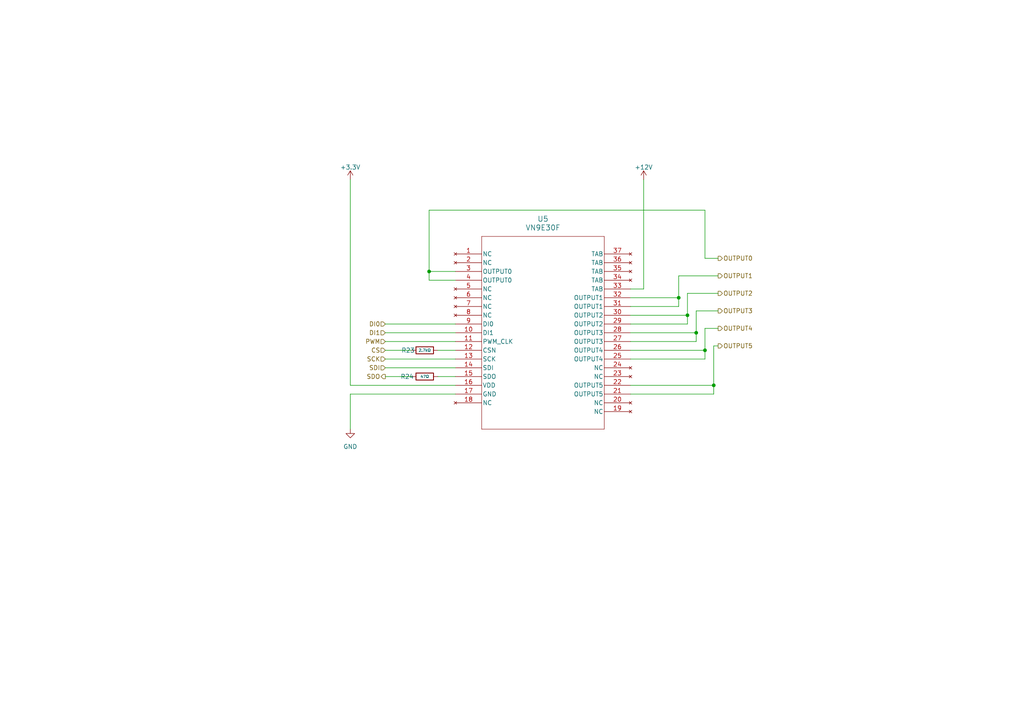
<source format=kicad_sch>
(kicad_sch (version 20250114) (generator "eeschema") (generator_version "9.0")
  (paper "A4")
  (title_block (title "l8"))
  (lib_symbols
    (symbol "PCM_JLCPCB-Resistors:0603,2.7kΩ" (pin_numbers (hide yes)) (pin_names (offset 0))
      (property "Reference" "R" (at 1.778 0 0))
      (property "Value" "2.7kΩ" (at 0 0 90))
      (symbol "0603,2.7kΩ_0_1"
        (rectangle (start -1.016 2.54) (end 1.016 -2.54) (stroke (width 0.254)))
      )
      (symbol "0603,2.7kΩ_1_1"
        (pin passive line (at 0 3.81 270) (length 1.27) (name "~") (number "1"))
        (pin passive line (at 0 -3.81 90) (length 1.27) (name "~") (number "2"))
      )
    )
    (symbol "PCM_JLCPCB-Resistors:0603,47Ω" (pin_numbers (hide yes)) (pin_names (offset 0))
      (property "Reference" "R" (at 1.778 0 0))
      (property "Value" "47Ω" (at 0 0 90))
      (symbol "0603,47Ω_0_1"
        (rectangle (start -1.016 2.54) (end 1.016 -2.54) (stroke (width 0.254)))
      )
      (symbol "0603,47Ω_1_1"
        (pin passive line (at 0 3.81 270) (length 1.27) (name "~") (number "1"))
        (pin passive line (at 0 -3.81 90) (length 1.27) (name "~") (number "2"))
      )
    )
    (symbol "dnt_global:VN9D30Q100F" (pin_names (offset 0.254))
      (property "Reference" "U" (at 25.4 10.16 0))
      (property "Value" "VN9D30Q100F" (at 25.4 7.62 0))
      (symbol "VN9D30Q100F_0_1"
        (polyline (pts (xy 7.62 5.08) (xy 7.62 -50.8)) (stroke (width 0.127)))
        (polyline (pts (xy 7.62 -50.8) (xy 43.18 -50.8)) (stroke (width 0.127)))
        (polyline (pts (xy 43.18 5.08) (xy 7.62 5.08)) (stroke (width 0.127)))
        (polyline (pts (xy 43.18 -50.8) (xy 43.18 5.08)) (stroke (width 0.127)))
        (pin no_connect line (at 0 0 0) (length 7.62) (name "NC") (number "1"))
        (pin no_connect line (at 0 -2.54 0) (length 7.62) (name "NC") (number "2"))
        (pin output line (at 0 -5.08 0) (length 7.62) (name "OUTPUT0") (number "3"))
        (pin no_connect line (at 0 -10.16 0) (length 7.62) (name "NC") (number "5"))
        (pin no_connect line (at 0 -12.7 0) (length 7.62) (name "NC") (number "6"))
        (pin no_connect line (at 0 -15.24 0) (length 7.62) (name "NC") (number "7"))
        (pin no_connect line (at 0 -17.78 0) (length 7.62) (name "NC") (number "8"))
        (pin bidirectional line (at 0 -20.32 0) (length 7.62) (name "DI0") (number "9"))
        (pin bidirectional line (at 0 -22.86 0) (length 7.62) (name "DI1") (number "10"))
        (pin input line (at 0 -33.02 0) (length 7.62) (name "SDI") (number "14"))
        (pin output line (at 0 -35.56 0) (length 7.62) (name "SDO") (number "15"))
        (pin power_in line (at 0 -38.1 0) (length 7.62) (name "VDD") (number "16"))
        (pin no_connect line (at 0 -43.18 0) (length 7.62) (name "NC") (number "18"))
        (pin output line (at 50.8 -15.24 180) (length 7.62) (name "OUTPUT1") (number "31"))
        (pin output line (at 50.8 -20.32 180) (length 7.62) (name "OUTPUT2") (number "29"))
        (pin output line (at 50.8 -25.4 180) (length 7.62) (name "OUTPUT3") (number "27"))
        (pin output line (at 50.8 -30.48 180) (length 7.62) (name "OUTPUT4") (number "25"))
        (pin no_connect line (at 50.8 -33.02 180) (length 7.62) (name "NC") (number "24"))
        (pin no_connect line (at 50.8 -35.56 180) (length 7.62) (name "NC") (number "23"))
        (pin output line (at 50.8 -40.64 180) (length 7.62) (name "OUTPUT5") (number "21"))
        (pin no_connect line (at 50.8 -43.18 180) (length 7.62) (name "NC") (number "20"))
        (pin no_connect line (at 50.8 -45.72 180) (length 7.62) (name "NC") (number "19"))
      )
      (symbol "VN9D30Q100F_1_1"
        (pin passive line (at 0 -7.62 0) (length 7.62) (name "OUTPUT0") (number "4"))
        (pin input line (at 0 -25.4 0) (length 7.62) (name "PWM_CLK") (number "11"))
        (pin input line (at 0 -27.94 0) (length 7.62) (name "CSN") (number "12"))
        (pin input line (at 0 -30.48 0) (length 7.62) (name "SCK") (number "13"))
        (pin passive line (at 0 -40.64 0) (length 7.62) (name "GND") (number "17"))
        (pin no_connect line (at 50.8 0 180) (length 7.62) (name "TAB") (number "37"))
        (pin no_connect line (at 50.8 -2.54 180) (length 7.62) (name "TAB") (number "36"))
        (pin no_connect line (at 50.8 -5.08 180) (length 7.62) (name "TAB") (number "35"))
        (pin no_connect line (at 50.8 -7.62 180) (length 7.62) (name "TAB") (number "34"))
        (pin power_in line (at 50.8 -10.16 180) (length 7.62) (name "TAB") (number "33"))
        (pin passive line (at 50.8 -12.7 180) (length 7.62) (name "OUTPUT1") (number "32"))
        (pin passive line (at 50.8 -17.78 180) (length 7.62) (name "OUTPUT2") (number "30"))
        (pin passive line (at 50.8 -22.86 180) (length 7.62) (name "OUTPUT3") (number "28"))
        (pin passive line (at 50.8 -27.94 180) (length 7.62) (name "OUTPUT4") (number "26"))
        (pin passive line (at 50.8 -38.1 180) (length 7.62) (name "OUTPUT5") (number "22"))
      )
    )
    (symbol "power:+12V" (power) (pin_numbers (hide yes)) (pin_names (offset 0) (hide yes))
      (property "Value" "+12V" (at 0 3.556 0))
      (symbol "+12V_0_1"
        (polyline (pts (xy -0.762 1.27) (xy 0 2.54)))
        (polyline (pts (xy 0 2.54) (xy 0.762 1.27)))
        (polyline (pts (xy 0 0) (xy 0 2.54)))
      )
      (symbol "+12V_1_1"
        (pin power_in line (at 0 0 90) (length 0) (name "~") (number "1"))
      )
    )
    (symbol "power:+3.3V" (power) (pin_numbers (hide yes)) (pin_names (offset 0) (hide yes))
      (property "Value" "+3.3V" (at 0 3.556 0))
      (symbol "+3.3V_0_1"
        (polyline (pts (xy -0.762 1.27) (xy 0 2.54)))
        (polyline (pts (xy 0 2.54) (xy 0.762 1.27)))
        (polyline (pts (xy 0 0) (xy 0 2.54)))
      )
      (symbol "+3.3V_1_1"
        (pin power_in line (at 0 0 90) (length 0) (name "~") (number "1"))
      )
    )
    (symbol "power:GND" (power) (pin_numbers (hide yes)) (pin_names (offset 0) (hide yes))
      (property "Value" "GND" (at 0 -3.81 0))
      (symbol "GND_0_1"
        (polyline (pts (xy 0 0) (xy 0 -1.27) (xy 1.27 -1.27) (xy 0 -2.54) (xy -1.27 -1.27) (xy 0 -1.27)))
      )
      (symbol "GND_1_1"
        (pin power_in line (at 0 0 270) (length 0) (name "~") (number "1"))
      )
    )
  )
  (junction (at 201.93 96.52))
  (junction (at 124.46 78.74))
  (junction (at 207.01 111.76))
  (junction (at 199.39 91.44))
  (junction (at 196.85 86.36))
  (junction (at 204.47 101.6))
  (wire (pts (xy 101.6 114.3) (xy 101.6 124.46)))
  (wire (pts (xy 186.69 83.82) (xy 182.88 83.82)))
  (wire (pts (xy 207.01 111.76) (xy 207.01 114.3)))
  (wire (pts (xy 182.88 104.14) (xy 204.47 104.14)))
  (wire (pts (xy 182.88 101.6) (xy 204.47 101.6)))
  (wire (pts (xy 111.76 109.22) (xy 119.38 109.22)))
  (wire (pts (xy 204.47 60.96) (xy 204.47 74.93)))
  (wire (pts (xy 124.46 81.28) (xy 124.46 78.74)))
  (wire (pts (xy 196.85 86.36) (xy 182.88 86.36)))
  (wire (pts (xy 201.93 99.06) (xy 201.93 96.52)))
  (wire (pts (xy 199.39 85.09) (xy 208.28 85.09)))
  (wire (pts (xy 182.88 99.06) (xy 201.93 99.06)))
  (wire (pts (xy 199.39 85.09) (xy 199.39 91.44)))
  (wire (pts (xy 196.85 88.9) (xy 182.88 88.9)))
  (wire (pts (xy 182.88 91.44) (xy 199.39 91.44)))
  (wire (pts (xy 124.46 78.74) (xy 124.46 60.96)))
  (wire (pts (xy 204.47 95.25) (xy 204.47 101.6)))
  (wire (pts (xy 111.76 99.06) (xy 132.08 99.06)))
  (wire (pts (xy 204.47 95.25) (xy 208.28 95.25)))
  (wire (pts (xy 111.76 96.52) (xy 132.08 96.52)))
  (wire (pts (xy 132.08 81.28) (xy 124.46 81.28)))
  (wire (pts (xy 207.01 100.33) (xy 207.01 111.76)))
  (wire (pts (xy 201.93 90.17) (xy 208.28 90.17)))
  (wire (pts (xy 182.88 111.76) (xy 207.01 111.76)))
  (wire (pts (xy 204.47 74.93) (xy 208.28 74.93)))
  (wire (pts (xy 127 109.22) (xy 132.08 109.22)))
  (wire (pts (xy 124.46 78.74) (xy 132.08 78.74)))
  (wire (pts (xy 182.88 96.52) (xy 201.93 96.52)))
  (wire (pts (xy 182.88 93.98) (xy 199.39 93.98)))
  (wire (pts (xy 101.6 52.07) (xy 101.6 111.76)))
  (wire (pts (xy 207.01 114.3) (xy 182.88 114.3)))
  (wire (pts (xy 196.85 80.01) (xy 196.85 86.36)))
  (wire (pts (xy 101.6 111.76) (xy 132.08 111.76)))
  (wire (pts (xy 199.39 93.98) (xy 199.39 91.44)))
  (wire (pts (xy 124.46 60.96) (xy 204.47 60.96)))
  (wire (pts (xy 201.93 96.52) (xy 201.93 90.17)))
  (wire (pts (xy 111.76 104.14) (xy 132.08 104.14)))
  (wire (pts (xy 127 101.6) (xy 132.08 101.6)))
  (wire (pts (xy 208.28 100.33) (xy 207.01 100.33)))
  (wire (pts (xy 111.76 106.68) (xy 132.08 106.68)))
  (wire (pts (xy 196.85 86.36) (xy 196.85 88.9)))
  (wire (pts (xy 132.08 114.3) (xy 101.6 114.3)))
  (wire (pts (xy 204.47 101.6) (xy 204.47 104.14)))
  (wire (pts (xy 186.69 52.07) (xy 186.69 83.82)))
  (wire (pts (xy 111.76 101.6) (xy 119.38 101.6)))
  (wire (pts (xy 111.76 93.98) (xy 132.08 93.98)))
  (wire (pts (xy 208.28 80.01) (xy 196.85 80.01)))
  (hierarchical_label "DI0" (shape input) (at 111.76 93.98 180))
  (hierarchical_label "OUTPUT4" (shape output) (at 208.28 95.25 0))
  (hierarchical_label "OUTPUT0" (shape output) (at 208.28 74.93 0))
  (hierarchical_label "SCK" (shape input) (at 111.76 104.14 180))
  (hierarchical_label "SDI" (shape input) (at 111.76 106.68 180))
  (hierarchical_label "OUTPUT2" (shape output) (at 208.28 85.09 0))
  (hierarchical_label "OUTPUT5" (shape output) (at 208.28 100.33 0))
  (hierarchical_label "CS" (shape input) (at 111.76 101.6 180))
  (hierarchical_label "PWM" (shape input) (at 111.76 99.06 180))
  (hierarchical_label "OUTPUT3" (shape output) (at 208.28 90.17 0))
  (hierarchical_label "SDO" (shape output) (at 111.76 109.22 180))
  (hierarchical_label "OUTPUT1" (shape output) (at 208.28 80.01 0))
  (hierarchical_label "DI1" (shape input) (at 111.76 96.52 180))
  (symbol (lib_id "power:GND") (at 101.6 124.46 0) (unit 1)
    (property "Reference" "#PWR038" (effects (hide yes)))
    (property "Value" "GND" (at 101.6 129.54 0))
    (property "Description" "Power symbol creates a global label with name \"GND\" , ground" (effects (hide yes)))
    (instances (project "z9-pdm-pcb" (path "" (reference "#PWR038") (unit 1)) (path "" (reference "#PWR040") (unit 1))))
  )
  (symbol (lib_id "PCM_JLCPCB-Resistors:0603,2.7kΩ") (at 123.19 101.6 90) (mirror x) (unit 1)
    (property "Reference" "R23" (at 118.364 101.6 90))
    (property "Value" "2.7kΩ" (at 123.19 101.6 90) (effects (font (size 0.8 0.8))))
    (property "Footprint" "PCM_JLCPCB:R_0603" (effects (hide yes)))
    (property "Datasheet" "https://www.lcsc.com/datasheet/lcsc_datasheet_2206010216_UNI-ROYAL-Uniroyal-Elec-0603WAF2701T5E_C13167.pdf" (effects (hide yes)))
    (property "Description" "100mW Thick Film Resistors 75V ±100ppm/°C ±1% 2.7kΩ 0603 Chip Resistor - Surface Mount ROHS" (effects (hide yes)))
    (property "LCSC" "C13167" (effects (hide yes)))
    (property "Stock" "1077645" (effects (hide yes)))
    (property "Price" "0.004USD" (effects (hide yes)))
    (property "Process" "SMT" (effects (hide yes)))
    (property "Minimum Qty" "20" (effects (hide yes)))
    (property "Attrition Qty" "10" (effects (hide yes)))
    (property "Class" "Basic Component" (effects (hide yes)))
    (property "Category" "Resistors,Chip Resistor - Surface Mount" (effects (hide yes)))
    (property "Manufacturer" "UNI-ROYAL(Uniroyal Elec)" (effects (hide yes)))
    (property "Part" "0603WAF2701T5E" (effects (hide yes)))
    (property "Resistance" "2.7kΩ" (effects (hide yes)))
    (property "Power(Watts)" "100mW" (effects (hide yes)))
    (property "Type" "Thick Film Resistors" (effects (hide yes)))
    (property "Overload Voltage (Max)" "75V" (effects (hide yes)))
    (property "Operating Temperature Range" "-55°C~+155°C" (effects (hide yes)))
    (property "Tolerance" "±1%" (effects (hide yes)))
    (property "Temperature Coefficient" "±100ppm/°C" (effects (hide yes)))
    (instances (project "z9-pdm-pcb" (path "" (reference "R23") (unit 1)) (path "" (reference "R12") (unit 1))))
  )
  (symbol (lib_id "PCM_JLCPCB-Resistors:0603,47Ω") (at 123.19 109.22 90) (mirror x) (unit 1)
    (property "Reference" "R24" (at 118.11 109.22 90))
    (property "Value" "47Ω" (at 123.19 109.22 90) (effects (font (size 0.8 0.8))))
    (property "Footprint" "PCM_JLCPCB:R_0603" (effects (hide yes)))
    (property "Datasheet" "https://www.lcsc.com/datasheet/lcsc_datasheet_2206010116_UNI-ROYAL-Uniroyal-Elec-0603WAF470JT5E_C23182.pdf" (effects (hide yes)))
    (property "Description" "100mW Thick Film Resistors 75V ±100ppm/°C ±1% 47Ω 0603 Chip Resistor - Surface Mount ROHS" (effects (hide yes)))
    (property "LCSC" "C23182" (effects (hide yes)))
    (property "Stock" "1005542" (effects (hide yes)))
    (property "Price" "0.004USD" (effects (hide yes)))
    (property "Process" "SMT" (effects (hide yes)))
    (property "Minimum Qty" "20" (effects (hide yes)))
    (property "Attrition Qty" "10" (effects (hide yes)))
    (property "Class" "Basic Component" (effects (hide yes)))
    (property "Category" "Resistors,Chip Resistor - Surface Mount" (effects (hide yes)))
    (property "Manufacturer" "UNI-ROYAL(Uniroyal Elec)" (effects (hide yes)))
    (property "Part" "0603WAF470JT5E" (effects (hide yes)))
    (property "Resistance" "47Ω" (effects (hide yes)))
    (property "Power(Watts)" "100mW" (effects (hide yes)))
    (property "Type" "Thick Film Resistors" (effects (hide yes)))
    (property "Overload Voltage (Max)" "75V" (effects (hide yes)))
    (property "Operating Temperature Range" "-55°C~+155°C" (effects (hide yes)))
    (property "Tolerance" "±1%" (effects (hide yes)))
    (property "Temperature Coefficient" "±100ppm/°C" (effects (hide yes)))
    (instances (project "z9-pdm-pcb" (path "" (reference "R24") (unit 1)) (path "" (reference "R13") (unit 1))))
  )
  (symbol (lib_id "power:+3.3V") (at 101.6 52.07 0) (unit 1)
    (property "Reference" "#PWR014" (effects (hide yes)))
    (property "Value" "+3.3V" (at 101.6 48.514 0))
    (property "Description" "Power symbol creates a global label with name \"+3.3V\"" (effects (hide yes)))
    (instances (project "z9-pdm-pcb" (path "" (reference "#PWR014") (unit 1)) (path "" (reference "#PWR036") (unit 1))))
  )
  (symbol (lib_id "dnt_global:VN9D30Q100F") (at 132.08 73.66 0) (unit 1)
    (property "Reference" "U5" (at 157.48 63.5 0) (effects (font (size 1.524 1.524))))
    (property "Value" "VN9E30F" (at 157.48 66.04 0) (effects (font (size 1.524 1.524))))
    (property "Footprint" "dnt:QFN6x6_VN9D30_STM" (effects (hide yes)))
    (property "Datasheet" "https://www.st.com/resource/en/datasheet/vn9d30q100f.pdf" (effects (hide yes)))
    (instances (project "z9-pdm-pcb" (path "" (reference "U5") (unit 1)) (path "" (reference "U4") (unit 1))))
  )
  (symbol (lib_id "power:+12V") (at 186.69 52.07 0) (unit 1)
    (property "Reference" "#PWR041" (effects (hide yes)))
    (property "Value" "+12V" (at 186.69 48.514 0))
    (property "Description" "Power symbol creates a global label with name \"+12V\"" (effects (hide yes)))
    (instances (project "z9-pdm-pcb" (path "" (reference "#PWR041") (unit 1)) (path "" (reference "#PWR045") (unit 1))))
  )
)
</source>
